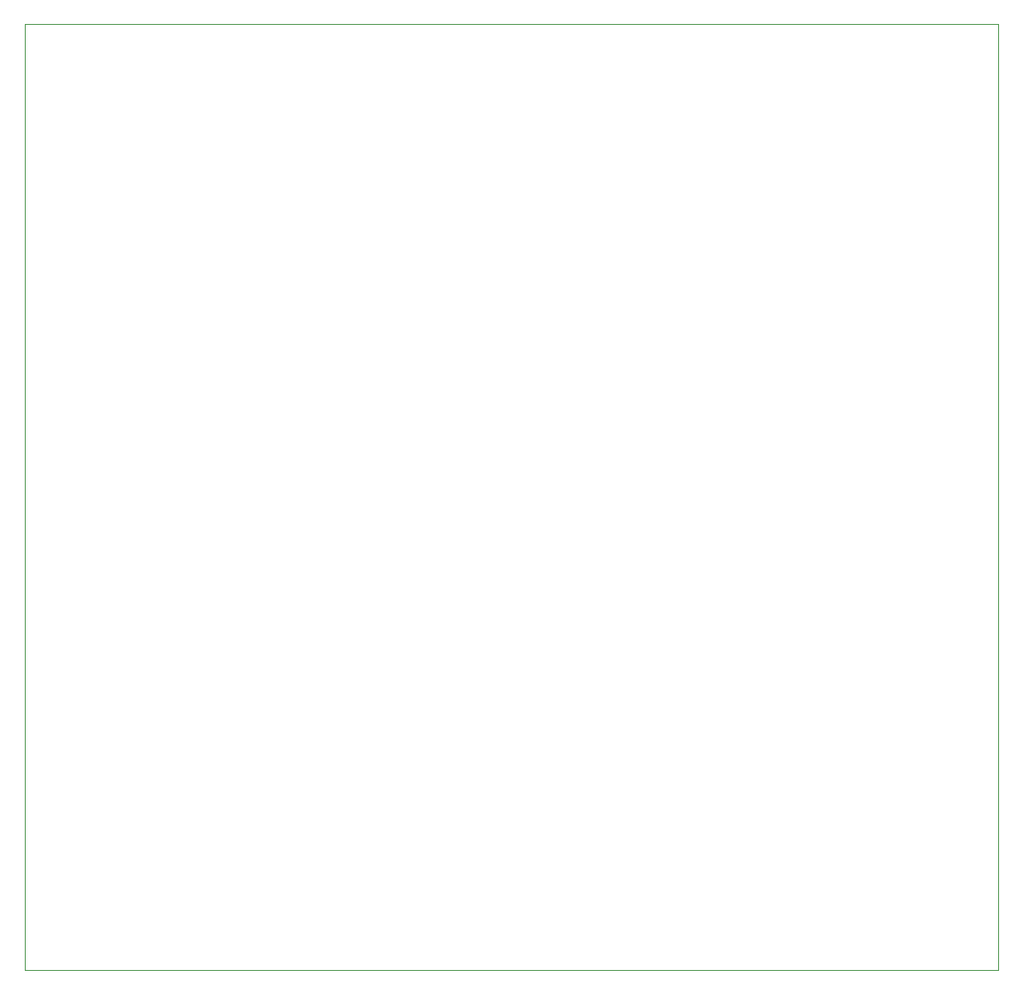
<source format=gbr>
%TF.GenerationSoftware,KiCad,Pcbnew,(7.0.0-0)*%
%TF.CreationDate,2023-07-22T14:03:52-04:00*%
%TF.ProjectId,Rodgers890,526f6467-6572-4733-9839-302e6b696361,rev?*%
%TF.SameCoordinates,Original*%
%TF.FileFunction,Profile,NP*%
%FSLAX46Y46*%
G04 Gerber Fmt 4.6, Leading zero omitted, Abs format (unit mm)*
G04 Created by KiCad (PCBNEW (7.0.0-0)) date 2023-07-22 14:03:52*
%MOMM*%
%LPD*%
G01*
G04 APERTURE LIST*
%TA.AperFunction,Profile*%
%ADD10C,0.100000*%
%TD*%
G04 APERTURE END LIST*
D10*
X101346000Y-29718000D02*
X197612000Y-29718000D01*
X197612000Y-29718000D02*
X197612000Y-123190000D01*
X197612000Y-123190000D02*
X101346000Y-123190000D01*
X101346000Y-123190000D02*
X101346000Y-29718000D01*
M02*

</source>
